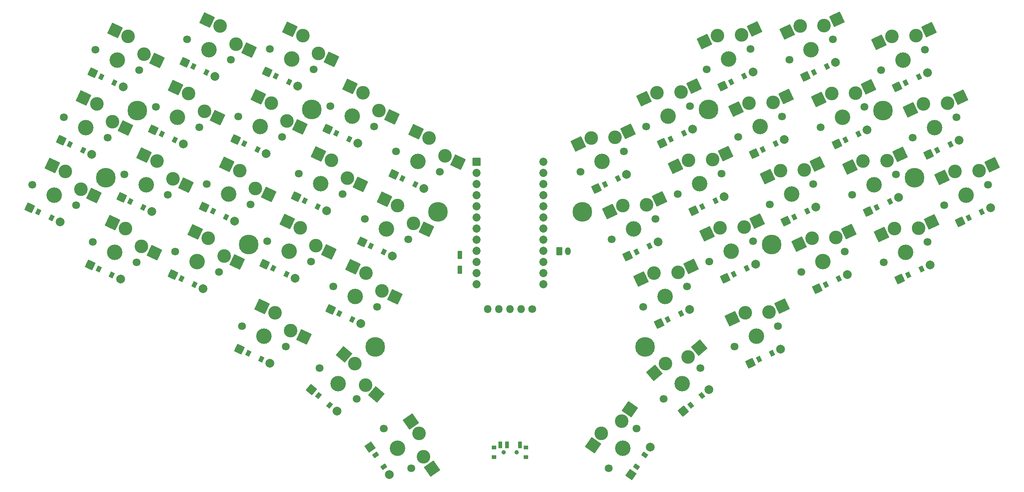
<source format=gbr>
%TF.GenerationSoftware,KiCad,Pcbnew,7.0.10*%
%TF.CreationDate,2024-01-18T08:47:23+01:00*%
%TF.ProjectId,turbo_go_2,74757262-6f5f-4676-9f5f-322e6b696361,v1.0.0*%
%TF.SameCoordinates,Original*%
%TF.FileFunction,Soldermask,Bot*%
%TF.FilePolarity,Negative*%
%FSLAX46Y46*%
G04 Gerber Fmt 4.6, Leading zero omitted, Abs format (unit mm)*
G04 Created by KiCad (PCBNEW 7.0.10) date 2024-01-18 08:47:23*
%MOMM*%
%LPD*%
G01*
G04 APERTURE LIST*
G04 Aperture macros list*
%AMRoundRect*
0 Rectangle with rounded corners*
0 $1 Rounding radius*
0 $2 $3 $4 $5 $6 $7 $8 $9 X,Y pos of 4 corners*
0 Add a 4 corners polygon primitive as box body*
4,1,4,$2,$3,$4,$5,$6,$7,$8,$9,$2,$3,0*
0 Add four circle primitives for the rounded corners*
1,1,$1+$1,$2,$3*
1,1,$1+$1,$4,$5*
1,1,$1+$1,$6,$7*
1,1,$1+$1,$8,$9*
0 Add four rect primitives between the rounded corners*
20,1,$1+$1,$2,$3,$4,$5,0*
20,1,$1+$1,$4,$5,$6,$7,0*
20,1,$1+$1,$6,$7,$8,$9,0*
20,1,$1+$1,$8,$9,$2,$3,0*%
G04 Aperture macros list end*
%ADD10C,0.800000*%
%ADD11C,4.500000*%
%ADD12C,1.801800*%
%ADD13C,3.100000*%
%ADD14C,3.529000*%
%ADD15RoundRect,0.050000X-0.628796X-1.727604X1.727604X-0.628796X0.628796X1.727604X-1.727604X0.628796X0*%
%ADD16RoundRect,0.050000X-1.181415X-0.430000X0.430000X-1.181415X1.181415X0.430000X-0.430000X1.181415X0*%
%ADD17RoundRect,0.050000X-0.661409X-0.353606X0.154268X-0.733963X0.661409X0.353606X-0.154268X0.733963X0*%
%ADD18C,2.005000*%
%ADD19RoundRect,0.050000X-1.727604X-0.628796X0.628796X-1.727604X1.727604X0.628796X-0.628796X1.727604X0*%
%ADD20RoundRect,0.050000X-0.430000X-1.181415X1.181415X-0.430000X0.430000X1.181415X-1.181415X0.430000X0*%
%ADD21RoundRect,0.050000X-0.154268X-0.733963X0.661409X-0.353606X0.154268X0.733963X-0.661409X0.353606X0*%
%ADD22RoundRect,0.050000X-0.876300X0.876300X-0.876300X-0.876300X0.876300X-0.876300X0.876300X0.876300X0*%
%ADD23C,1.852600*%
%ADD24RoundRect,0.050000X-0.450000X-0.850000X0.450000X-0.850000X0.450000X0.850000X-0.450000X0.850000X0*%
%ADD25RoundRect,0.050000X-0.160234X-1.831482X1.831482X-0.160234X0.160234X1.831482X-1.831482X0.160234X0*%
%ADD26RoundRect,0.050000X-1.238136X0.218317X-0.218317X-1.238136X1.238136X-0.218317X0.218317X1.238136X0*%
%ADD27RoundRect,0.050000X-0.749601X0.024473X-0.233382X-0.712764X0.749601X-0.024473X0.233382X0.712764X0*%
%ADD28O,1.800000X1.800000*%
%ADD29C,1.800000*%
%ADD30RoundRect,0.050000X-1.810547X0.319248X-0.319248X-1.810547X1.810547X-0.319248X0.319248X1.810547X0*%
%ADD31RoundRect,0.050000X0.319248X-1.810547X1.810547X0.319248X-0.319248X1.810547X-1.810547X-0.319248X0*%
%ADD32RoundRect,0.050000X-0.600000X-0.850000X0.600000X-0.850000X0.600000X0.850000X-0.600000X0.850000X0*%
%ADD33O,1.300000X1.800000*%
%ADD34RoundRect,0.050000X-1.831482X-0.160234X0.160234X-1.831482X1.831482X0.160234X-0.160234X1.831482X0*%
%ADD35RoundRect,0.050000X-1.252452X-0.109575X0.109575X-1.252452X1.252452X0.109575X-0.109575X1.252452X0*%
%ADD36RoundRect,0.050000X-0.730393X-0.170372X-0.040953X-0.748881X0.730393X0.170372X0.040953X0.748881X0*%
%ADD37RoundRect,0.050000X0.218317X-1.238136X1.238136X0.218317X-0.218317X1.238136X-1.238136X-0.218317X0*%
%ADD38RoundRect,0.050000X0.233382X-0.712764X0.749601X0.024473X-0.233382X0.712764X-0.749601X-0.024473X0*%
%ADD39RoundRect,0.050000X-0.500000X-0.400000X0.500000X-0.400000X0.500000X0.400000X-0.500000X0.400000X0*%
%ADD40C,1.000000*%
%ADD41RoundRect,0.050000X-0.350000X-0.750000X0.350000X-0.750000X0.350000X0.750000X-0.350000X0.750000X0*%
%ADD42RoundRect,0.050000X-0.109575X-1.252452X1.252452X-0.109575X0.109575X1.252452X-1.252452X0.109575X0*%
%ADD43RoundRect,0.050000X0.040953X-0.748881X0.730393X-0.170372X-0.040953X0.748881X-0.730393X0.170372X0*%
G04 APERTURE END LIST*
D10*
%TO.C,_5*%
X142209773Y-124661613D03*
X143140848Y-123808440D03*
X142154688Y-125923266D03*
X144402501Y-123863525D03*
D11*
X143705181Y-125358933D03*
D10*
X143007861Y-126854341D03*
X145255674Y-124794600D03*
X144269514Y-126909426D03*
X145200589Y-126056253D03*
%TD*%
D12*
%TO.C,S44*%
X245382279Y-136857553D03*
D13*
X247852393Y-129140622D03*
D14*
X250366972Y-134533153D03*
D13*
X253313692Y-129021407D03*
D12*
X255351665Y-132208753D03*
D15*
X244884235Y-130524696D03*
X256281850Y-127637333D03*
%TD*%
D16*
%TO.C,D9*%
X90382003Y-124216557D03*
D17*
X92339628Y-125129413D03*
X95330444Y-126524053D03*
D18*
X97288069Y-127436909D03*
%TD*%
D10*
%TO.C,_4*%
X99017231Y-132105052D03*
X99948306Y-131251879D03*
X98962146Y-133366705D03*
X101209959Y-131306964D03*
D11*
X100512639Y-132802372D03*
D10*
X99815319Y-134297780D03*
X102063132Y-132238039D03*
X101076972Y-134352865D03*
X102008047Y-133499692D03*
%TD*%
D12*
%TO.C,S10*%
X98147948Y-103563560D03*
D13*
X105647220Y-100495429D03*
D14*
X103132641Y-105887960D03*
D13*
X109248998Y-104602397D03*
D12*
X108117334Y-108212360D03*
D19*
X102679062Y-99111354D03*
X112217156Y-105986472D03*
%TD*%
D20*
%TO.C,D23*%
X248435835Y-96815416D03*
D21*
X250393460Y-95902560D03*
X253384276Y-94507920D03*
D18*
X255341901Y-93595064D03*
%TD*%
D12*
%TO.C,S5*%
X72114183Y-116801507D03*
D13*
X79613455Y-113733376D03*
D14*
X77098876Y-119125907D03*
D13*
X83215233Y-117840344D03*
D12*
X82083569Y-121450307D03*
D19*
X76645297Y-112349301D03*
X86183391Y-119224419D03*
%TD*%
D12*
%TO.C,S4*%
X64929679Y-132208747D03*
D13*
X72428951Y-129140616D03*
D14*
X69914372Y-134533147D03*
D13*
X76030729Y-133247584D03*
D12*
X74899065Y-136857547D03*
D19*
X69460793Y-127756541D03*
X78998887Y-134631659D03*
%TD*%
D12*
%TO.C,S23*%
X244791080Y-92998107D03*
D13*
X247261194Y-85281176D03*
D14*
X249775773Y-90673707D03*
D13*
X252722493Y-85161961D03*
D12*
X254760466Y-88349307D03*
D15*
X244293036Y-86665250D03*
X255690651Y-83777887D03*
%TD*%
D12*
%TO.C,S56*%
X183340486Y-131583391D03*
D13*
X185810600Y-123866460D03*
D14*
X188325179Y-129258991D03*
D13*
X191271899Y-123747245D03*
D12*
X193309872Y-126934591D03*
D15*
X182842442Y-125250534D03*
X194240057Y-122363171D03*
%TD*%
D10*
%TO.C,_2*%
X66390154Y-116890794D03*
X67321229Y-116037621D03*
X66335069Y-118152447D03*
X68582882Y-116092706D03*
D11*
X67885562Y-117588114D03*
D10*
X67188242Y-119083522D03*
X69436055Y-117023781D03*
X68449895Y-119138607D03*
X69380970Y-118285434D03*
%TD*%
D20*
%TO.C,D51*%
X208624239Y-96622443D03*
D21*
X210581864Y-95709587D03*
X213572680Y-94314947D03*
D18*
X215530305Y-93402091D03*
%TD*%
D20*
%TO.C,D46*%
X234658006Y-109860394D03*
D21*
X236615631Y-108947538D03*
X239606447Y-107552898D03*
D18*
X241564072Y-106640042D03*
%TD*%
D12*
%TO.C,S6*%
X79298702Y-101394276D03*
D13*
X86797974Y-98326145D03*
D14*
X84283395Y-103718676D03*
D13*
X90399752Y-102433113D03*
D12*
X89268088Y-106043076D03*
D19*
X83829816Y-96942070D03*
X93367910Y-103817188D03*
%TD*%
D20*
%TO.C,D47*%
X227473487Y-94453158D03*
D21*
X229431112Y-93540302D03*
X232421928Y-92145662D03*
D18*
X234379553Y-91232806D03*
%TD*%
D12*
%TO.C,S73*%
X111925781Y-116608535D03*
D13*
X119425053Y-113540404D03*
D14*
X116910474Y-118932935D03*
D13*
X123026831Y-117647372D03*
D12*
X121895167Y-121257335D03*
D19*
X116456895Y-112156329D03*
X125994989Y-119031447D03*
%TD*%
D20*
%TO.C,D41*%
X262804852Y-127629890D03*
D21*
X264762477Y-126717034D03*
X267753293Y-125322394D03*
D18*
X269710918Y-124409538D03*
%TD*%
D10*
%TO.C,_12*%
X189449768Y-156870728D03*
X189394683Y-155609075D03*
X190380843Y-157723901D03*
X190247856Y-154678000D03*
D11*
X190945176Y-156173408D03*
D10*
X191642496Y-157668816D03*
X191509509Y-154622915D03*
X192495669Y-156737741D03*
X192440584Y-155476088D03*
%TD*%
D12*
%TO.C,S27*%
X223828738Y-90635848D03*
D13*
X226298852Y-82918917D03*
D14*
X228813431Y-88311448D03*
D13*
X231760151Y-82799702D03*
D12*
X233798124Y-85987048D03*
D15*
X223330694Y-84302991D03*
X234728309Y-81415628D03*
%TD*%
D10*
%TO.C,_6*%
X127840751Y-155476085D03*
X128771826Y-154622912D03*
X127785666Y-156737738D03*
X130033479Y-154677997D03*
D11*
X129336159Y-156173405D03*
D10*
X128638839Y-157668813D03*
X130886652Y-155609072D03*
X129900492Y-157723898D03*
X130831567Y-156870725D03*
%TD*%
D20*
%TO.C,D32*%
X209215425Y-140481884D03*
D21*
X211173050Y-139569028D03*
X214163866Y-138174388D03*
D18*
X216121491Y-137261532D03*
%TD*%
D10*
%TO.C,_3*%
X113386250Y-101290589D03*
X114317325Y-100437416D03*
X113331165Y-102552242D03*
X115578978Y-100492501D03*
D11*
X114881658Y-101987909D03*
D10*
X114184338Y-103483317D03*
X116432151Y-101423576D03*
X115445991Y-103538402D03*
X116377066Y-102685229D03*
%TD*%
D12*
%TO.C,S53*%
X198386175Y-121257331D03*
D13*
X200856289Y-113540400D03*
D14*
X203370868Y-118932931D03*
D13*
X206317588Y-113421185D03*
D12*
X208355561Y-116608531D03*
D15*
X197888131Y-114924474D03*
X209285746Y-112037111D03*
%TD*%
D22*
%TO.C,MCU1*%
X152520659Y-113881757D03*
D23*
X152520659Y-116421757D03*
X152520659Y-118961757D03*
X152520659Y-121501757D03*
X152520659Y-124041757D03*
X152520659Y-126581757D03*
X152520659Y-129121757D03*
X152520659Y-131661757D03*
X152520659Y-134201757D03*
X152520659Y-136741757D03*
X152520659Y-139281757D03*
X152520659Y-141821757D03*
X167760659Y-113881757D03*
X167760659Y-116421757D03*
X167760659Y-118961757D03*
X167760659Y-121501757D03*
X167760659Y-124041757D03*
X167760659Y-126581757D03*
X167760659Y-129121757D03*
X167760659Y-131661757D03*
X167760659Y-134201757D03*
X167760659Y-136741757D03*
X167760659Y-139281757D03*
X167760659Y-141821757D03*
%TD*%
D16*
%TO.C,D14*%
X118528853Y-106447062D03*
D17*
X120486478Y-107359918D03*
X123477294Y-108754558D03*
D18*
X125434919Y-109667414D03*
%TD*%
D24*
%TO.C,*%
X148640664Y-138551757D03*
X148640664Y-135151757D03*
%TD*%
D12*
%TO.C,S55*%
X190524993Y-146990617D03*
D13*
X192995107Y-139273686D03*
D14*
X195509686Y-144666217D03*
D13*
X198456406Y-139154471D03*
D12*
X200494379Y-142341817D03*
D15*
X190026949Y-140657760D03*
X201424564Y-137770397D03*
%TD*%
D12*
%TO.C,S39*%
X195152954Y-168050402D03*
D13*
X195541612Y-159957106D03*
D14*
X199366198Y-164515070D03*
D13*
X200785967Y-158428465D03*
D12*
X203579442Y-160979738D03*
D25*
X193032816Y-162062235D03*
X203294762Y-156323336D03*
%TD*%
D26*
%TO.C,D20*%
X128189722Y-179055414D03*
D27*
X129428647Y-180824782D03*
X131321449Y-183527984D03*
D18*
X132560374Y-185297352D03*
%TD*%
D16*
%TO.C,D15*%
X119205520Y-147587586D03*
D17*
X121163145Y-148500442D03*
X124153961Y-149895082D03*
D18*
X126111586Y-150807938D03*
%TD*%
D12*
%TO.C,S18*%
X99007827Y-151409780D03*
D13*
X106507099Y-148341649D03*
D14*
X103992520Y-153734180D03*
D13*
X110108877Y-152448617D03*
D12*
X108977213Y-156058580D03*
D19*
X103538941Y-146957574D03*
X113077035Y-153832692D03*
%TD*%
D16*
%TO.C,D64*%
X64348247Y-137454510D03*
D17*
X66305872Y-138367366D03*
X69296688Y-139762006D03*
D18*
X71254313Y-140674862D03*
%TD*%
D12*
%TO.C,S46*%
X231013250Y-106043076D03*
D13*
X233483364Y-98326145D03*
D14*
X235997943Y-103718676D03*
D13*
X238944663Y-98206930D03*
D12*
X240982636Y-101394276D03*
D15*
X230515206Y-99710219D03*
X241912821Y-96822856D03*
%TD*%
D10*
%TO.C,_10*%
X218273287Y-133499694D03*
X218218202Y-132238041D03*
X219204362Y-134352867D03*
X219071375Y-131306966D03*
D11*
X219768695Y-132802374D03*
D10*
X220466015Y-134297782D03*
X220333028Y-131251881D03*
X221319188Y-133366707D03*
X221264103Y-132105054D03*
%TD*%
D16*
%TO.C,D71*%
X104751029Y-93402083D03*
D17*
X106708654Y-94314939D03*
X109699470Y-95709579D03*
D18*
X111657095Y-96622435D03*
%TD*%
D12*
%TO.C,S74*%
X119110283Y-101201305D03*
D13*
X126609555Y-98133174D03*
D14*
X124094976Y-103525705D03*
D13*
X130211333Y-102240142D03*
D12*
X129079669Y-105850105D03*
D19*
X123641397Y-96749099D03*
X133179491Y-103624217D03*
%TD*%
D28*
%TO.C,DISP1*%
X155060664Y-147551749D03*
X157600664Y-147551749D03*
X160140664Y-147551749D03*
X162680664Y-147551749D03*
D29*
X165220664Y-147551749D03*
%TD*%
D20*
%TO.C,D38*%
X214948874Y-159875893D03*
D21*
X216906499Y-158963037D03*
X219897315Y-157568397D03*
D18*
X221854940Y-156655541D03*
%TD*%
D12*
%TO.C,S72*%
X104741266Y-132015766D03*
D13*
X112240538Y-128947635D03*
D14*
X109725959Y-134340166D03*
D13*
X115842316Y-133054603D03*
D12*
X114710652Y-136664566D03*
D19*
X109272380Y-127563560D03*
X118810474Y-134438678D03*
%TD*%
D10*
%TO.C,_11*%
X175080742Y-126056259D03*
X175025657Y-124794606D03*
X176011817Y-126909432D03*
X175878830Y-123863531D03*
D11*
X176576150Y-125358939D03*
D10*
X177273470Y-126854347D03*
X177140483Y-123808446D03*
X178126643Y-125923272D03*
X178071558Y-124661619D03*
%TD*%
D20*
%TO.C,D22*%
X255620345Y-112222654D03*
D21*
X257577970Y-111309798D03*
X260568786Y-109915158D03*
D18*
X262526411Y-109002302D03*
%TD*%
D20*
%TO.C,D50*%
X215808756Y-112029680D03*
D21*
X217766381Y-111116824D03*
X220757197Y-109722184D03*
D18*
X222714822Y-108809328D03*
%TD*%
D10*
%TO.C,_1*%
X73574671Y-101483561D03*
X74505746Y-100630388D03*
X73519586Y-102745214D03*
X75767399Y-100685473D03*
D11*
X75070079Y-102180881D03*
D10*
X74372759Y-103676289D03*
X76620572Y-101616548D03*
X75634412Y-103731374D03*
X76565487Y-102878201D03*
%TD*%
D12*
%TO.C,S80*%
X131316145Y-174803172D03*
D13*
X139344770Y-175895728D03*
D14*
X134470815Y-179308508D03*
D13*
X140410517Y-181253357D03*
D12*
X137625485Y-183813844D03*
D30*
X137466307Y-173213005D03*
X142288980Y-183936080D03*
%TD*%
D20*
%TO.C,D44*%
X249027026Y-140674860D03*
D21*
X250984651Y-139762004D03*
X253975467Y-138367364D03*
D18*
X255933092Y-137454508D03*
%TD*%
D12*
%TO.C,S48*%
X226533023Y-139026824D03*
D13*
X229003137Y-131309893D03*
D14*
X231517716Y-136702424D03*
D13*
X234464436Y-131190678D03*
D12*
X236502409Y-134378024D03*
D15*
X226034979Y-132693967D03*
X237432594Y-129806604D03*
%TD*%
D16*
%TO.C,D78*%
X98426389Y-156655541D03*
D17*
X100384014Y-157568397D03*
X103374830Y-158963037D03*
D18*
X105332455Y-159875893D03*
%TD*%
D12*
%TO.C,S67*%
X86483195Y-85987048D03*
D13*
X93982467Y-82918917D03*
D14*
X91467888Y-88311448D03*
D13*
X97584245Y-87025885D03*
D12*
X96452581Y-90635848D03*
D19*
X91014309Y-81534842D03*
X100552403Y-88409960D03*
%TD*%
D12*
%TO.C,S3*%
X65520854Y-88349304D03*
D13*
X73020126Y-85281173D03*
D14*
X70505547Y-90673704D03*
D13*
X76621904Y-89388141D03*
D12*
X75490240Y-92998104D03*
D19*
X70051968Y-83897098D03*
X79590062Y-90772216D03*
%TD*%
D12*
%TO.C,S31*%
X204979490Y-92805129D03*
D13*
X207449604Y-85088198D03*
D14*
X209964183Y-90480729D03*
D13*
X212910903Y-84968983D03*
D12*
X214948876Y-88156329D03*
D15*
X204481446Y-86472272D03*
X215879061Y-83584909D03*
%TD*%
D20*
%TO.C,D49*%
X222993264Y-127436908D03*
D21*
X224950889Y-126524052D03*
X227941705Y-125129412D03*
D18*
X229899330Y-124216556D03*
%TD*%
D12*
%TO.C,S58*%
X211304123Y-156058585D03*
D13*
X213774237Y-148341654D03*
D14*
X216288816Y-153734185D03*
D13*
X219235536Y-148222439D03*
D12*
X221273509Y-151409785D03*
D15*
X210806079Y-149725728D03*
X222203694Y-146838365D03*
%TD*%
D12*
%TO.C,S45*%
X238197757Y-121450311D03*
D13*
X240667871Y-113733380D03*
D14*
X243182450Y-119125911D03*
D13*
X246129170Y-113614165D03*
D12*
X248167143Y-116801511D03*
D15*
X237699713Y-115117454D03*
X249097328Y-112230091D03*
%TD*%
D10*
%TO.C,_8*%
X250900361Y-118285426D03*
X250845276Y-117023773D03*
X251831436Y-119138599D03*
X251698449Y-116092698D03*
D11*
X252395769Y-117588106D03*
D10*
X253093089Y-119083514D03*
X252960102Y-116037613D03*
X253946262Y-118152439D03*
X253891177Y-116890786D03*
%TD*%
D20*
%TO.C,D33*%
X202030912Y-125074647D03*
D21*
X203988537Y-124161791D03*
X206979353Y-122767151D03*
D18*
X208936978Y-121854295D03*
%TD*%
D12*
%TO.C,S32*%
X205570682Y-136664564D03*
D13*
X208040796Y-128947633D03*
D14*
X210555375Y-134340164D03*
D13*
X213502095Y-128828418D03*
D12*
X215540068Y-132015764D03*
D15*
X205072638Y-130331707D03*
X216470253Y-127444344D03*
%TD*%
D12*
%TO.C,S60*%
X182655853Y-183813843D03*
D13*
X180936568Y-175895727D03*
D14*
X185810523Y-179308507D03*
D13*
X185606585Y-173061835D03*
D12*
X188965193Y-174803171D03*
D31*
X179058106Y-178578450D03*
X187485048Y-170379112D03*
%TD*%
D16*
%TO.C,D70*%
X97566520Y-108809324D03*
D17*
X99524145Y-109722180D03*
X102514961Y-111116820D03*
D18*
X104472586Y-112029676D03*
%TD*%
D12*
%TO.C,S57*%
X176155978Y-116176160D03*
D13*
X178626092Y-108459229D03*
D14*
X181140671Y-113851760D03*
D13*
X184087391Y-108340014D03*
D12*
X186125364Y-111527360D03*
D15*
X175657934Y-109843303D03*
X187055549Y-106955940D03*
%TD*%
D12*
%TO.C,S71*%
X105332449Y-88156326D03*
D13*
X112831721Y-85088195D03*
D14*
X110317142Y-90480726D03*
D13*
X116433499Y-89195163D03*
D12*
X115301835Y-92805126D03*
D19*
X109863563Y-83704120D03*
X119401657Y-90579238D03*
%TD*%
D20*
%TO.C,D37*%
X179800724Y-119993471D03*
D21*
X181758349Y-119080615D03*
X184749165Y-117685975D03*
D18*
X186706790Y-116773119D03*
%TD*%
D16*
%TO.C,D61*%
X50570422Y-124409534D03*
D17*
X52528047Y-125322390D03*
X55518863Y-126717030D03*
D18*
X57476488Y-127629886D03*
%TD*%
D20*
%TO.C,D28*%
X230177770Y-142844149D03*
D21*
X232135395Y-141931293D03*
X235126211Y-140536653D03*
D18*
X237083836Y-139623797D03*
%TD*%
D12*
%TO.C,S2*%
X58336356Y-103756534D03*
D13*
X65835628Y-100688403D03*
D14*
X63321049Y-106080934D03*
D13*
X69437406Y-104795371D03*
D12*
X68305742Y-108405334D03*
D19*
X62867470Y-99304328D03*
X72405564Y-106179446D03*
%TD*%
D16*
%TO.C,D65*%
X71532755Y-122047277D03*
D17*
X73490380Y-122960133D03*
X76481196Y-124354773D03*
D18*
X78438821Y-125267629D03*
%TD*%
D12*
%TO.C,S8*%
X83778928Y-134378024D03*
D13*
X91278200Y-131309893D03*
D14*
X88763621Y-136702424D03*
D13*
X94879978Y-135416861D03*
D12*
X93748314Y-139026824D03*
D19*
X88310042Y-129925818D03*
X97848136Y-136800936D03*
%TD*%
D12*
%TO.C,S34*%
X191201663Y-105850096D03*
D13*
X193671777Y-98133165D03*
D14*
X196186356Y-103525696D03*
D13*
X199133076Y-98013950D03*
D12*
X201171049Y-101201296D03*
D15*
X190703619Y-99517239D03*
X202101234Y-96629876D03*
%TD*%
D32*
%TO.C,JST1*%
X171340664Y-134351753D03*
D33*
X173340664Y-134351753D03*
%TD*%
D16*
%TO.C,D16*%
X126390037Y-132180353D03*
D17*
X128347662Y-133093209D03*
X131338478Y-134487849D03*
D18*
X133296103Y-135400705D03*
%TD*%
D16*
%TO.C,D67*%
X85901780Y-91232811D03*
D17*
X87859405Y-92145667D03*
X90850221Y-93540307D03*
D18*
X92807846Y-94453163D03*
%TD*%
D12*
%TO.C,S68*%
X83778928Y-134378024D03*
D13*
X91278200Y-131309893D03*
D14*
X88763621Y-136702424D03*
D13*
X94879978Y-135416861D03*
D12*
X93748314Y-139026824D03*
D19*
X88310042Y-129925818D03*
X97848136Y-136800936D03*
%TD*%
D16*
%TO.C,D62*%
X57754933Y-109002291D03*
D17*
X59712558Y-109915147D03*
X62703374Y-111309787D03*
D18*
X64660999Y-112222643D03*
%TD*%
D12*
%TO.C,S15*%
X119786950Y-142341819D03*
D13*
X127286222Y-139273688D03*
D14*
X124771643Y-144666219D03*
D13*
X130888000Y-143380656D03*
D12*
X129756336Y-146990619D03*
D19*
X124318064Y-137889613D03*
X133856158Y-144764731D03*
%TD*%
D12*
%TO.C,S77*%
X134155975Y-111527360D03*
D13*
X141655247Y-108459229D03*
D14*
X139140668Y-113851760D03*
D13*
X145257025Y-112566197D03*
D12*
X144125361Y-116176160D03*
D19*
X138687089Y-107075154D03*
X148225183Y-113950272D03*
%TD*%
D12*
%TO.C,S41*%
X259160107Y-123812576D03*
D13*
X261630221Y-116095645D03*
D14*
X264144800Y-121488176D03*
D13*
X267091520Y-115976430D03*
D12*
X269129493Y-119163776D03*
D15*
X258662063Y-117479719D03*
X270059678Y-114592356D03*
%TD*%
D16*
%TO.C,D13*%
X111344353Y-121854304D03*
D17*
X113301978Y-122767160D03*
X116292794Y-124161800D03*
D18*
X118250419Y-125074656D03*
%TD*%
D12*
%TO.C,S9*%
X90963432Y-118970795D03*
D13*
X98462704Y-115902664D03*
D14*
X95948125Y-121295195D03*
D13*
X102064482Y-120009632D03*
D12*
X100932818Y-123619595D03*
D19*
X95494546Y-114518589D03*
X105032640Y-121393707D03*
%TD*%
D12*
%TO.C,S42*%
X251975586Y-108405333D03*
D13*
X254445700Y-100688402D03*
D14*
X256960279Y-106080933D03*
D13*
X259906999Y-100569187D03*
D12*
X261944972Y-103756533D03*
D15*
X251477542Y-102072476D03*
X262875157Y-99185113D03*
%TD*%
D12*
%TO.C,S19*%
X116701886Y-160979734D03*
D13*
X124739716Y-159957102D03*
D14*
X120915130Y-164515066D03*
D13*
X127155806Y-164856337D03*
D12*
X125128374Y-168050398D03*
D34*
X122230921Y-157851972D03*
X129664601Y-166961467D03*
%TD*%
D20*
%TO.C,D55*%
X194169745Y-150807937D03*
D21*
X196127370Y-149895081D03*
X199118186Y-148500441D03*
D18*
X201075811Y-147587585D03*
%TD*%
D35*
%TO.C,D79*%
X114782559Y-165896266D03*
D36*
X116437215Y-167284687D03*
X118965161Y-169405887D03*
D18*
X120619817Y-170794308D03*
%TD*%
D12*
%TO.C,S29*%
X219348508Y-123619588D03*
D13*
X221818622Y-115902657D03*
D14*
X224333201Y-121295188D03*
D13*
X227279921Y-115783442D03*
D12*
X229317894Y-118970788D03*
D15*
X218850464Y-117286731D03*
X230248079Y-114399368D03*
%TD*%
D16*
%TO.C,D77*%
X133574543Y-116773116D03*
D17*
X135532168Y-117685972D03*
X138522984Y-119080612D03*
D18*
X140480609Y-119993468D03*
%TD*%
D35*
%TO.C,D19*%
X114782559Y-165896266D03*
D36*
X116437215Y-167284687D03*
X118965161Y-169405887D03*
D18*
X120619817Y-170794308D03*
%TD*%
D10*
%TO.C,_7*%
X243715850Y-102878197D03*
X243660765Y-101616544D03*
X244646925Y-103731370D03*
X244513938Y-100685469D03*
D11*
X245211258Y-102180877D03*
D10*
X245908578Y-103676285D03*
X245775591Y-100630384D03*
X246761751Y-102745210D03*
X246706666Y-101483557D03*
%TD*%
D37*
%TO.C,D60*%
X187720954Y-185297358D03*
D38*
X188959879Y-183527990D03*
X190852681Y-180824788D03*
D18*
X192091606Y-179055420D03*
%TD*%
D20*
%TO.C,D25*%
X241842513Y-125267628D03*
D21*
X243800138Y-124354772D03*
X246790954Y-122960132D03*
D18*
X248748579Y-122047276D03*
%TD*%
D16*
%TO.C,D3*%
X64939442Y-93595066D03*
D17*
X66897067Y-94507922D03*
X69887883Y-95902562D03*
D18*
X71845508Y-96815418D03*
%TD*%
D20*
%TO.C,D54*%
X194846413Y-109667415D03*
D21*
X196804038Y-108754559D03*
X199794854Y-107359919D03*
D18*
X201752479Y-106447063D03*
%TD*%
D12*
%TO.C,S52*%
X205570682Y-136664564D03*
D13*
X208040796Y-128947633D03*
D14*
X210555375Y-134340164D03*
D13*
X213502095Y-128828418D03*
D12*
X215540068Y-132015764D03*
D15*
X205072638Y-130331707D03*
X216470253Y-127444344D03*
%TD*%
D16*
%TO.C,D12*%
X104159838Y-137261531D03*
D17*
X106117463Y-138174387D03*
X109108279Y-139569027D03*
D18*
X111065904Y-140481883D03*
%TD*%
D20*
%TO.C,D56*%
X186985235Y-135400710D03*
D21*
X188942860Y-134487854D03*
X191933676Y-133093214D03*
D18*
X193891301Y-132180358D03*
%TD*%
D12*
%TO.C,S61*%
X51151849Y-119163764D03*
D13*
X58651121Y-116095633D03*
D14*
X56136542Y-121488164D03*
D13*
X62252899Y-120202601D03*
D12*
X61121235Y-123812564D03*
D19*
X55682963Y-114711558D03*
X65221057Y-121586676D03*
%TD*%
D12*
%TO.C,S30*%
X212164000Y-108212358D03*
D13*
X214634114Y-100495427D03*
D14*
X217148693Y-105887958D03*
D13*
X220095413Y-100376212D03*
D12*
X222133386Y-103563558D03*
D15*
X211665956Y-101879501D03*
X223063571Y-98992138D03*
%TD*%
D39*
%TO.C,*%
X156490670Y-179128508D03*
X156490670Y-181338508D03*
D40*
X158640670Y-180238508D03*
X158640670Y-180238508D03*
X161640670Y-180238508D03*
X161640670Y-180238508D03*
D39*
X163790670Y-179128508D03*
X163790670Y-181338508D03*
D41*
X162390670Y-178478508D03*
X159390670Y-178478508D03*
X157890670Y-178478508D03*
%TD*%
D12*
%TO.C,S16*%
X126971456Y-126934594D03*
D13*
X134470728Y-123866463D03*
D14*
X131956149Y-129258994D03*
D13*
X138072506Y-127973431D03*
D12*
X136940842Y-131583394D03*
D19*
X131502570Y-122482388D03*
X141040664Y-129357506D03*
%TD*%
D10*
%TO.C,_9*%
X203904256Y-102685236D03*
X203849171Y-101423583D03*
X204835331Y-103538409D03*
X204702344Y-100492508D03*
D11*
X205399664Y-101987916D03*
D10*
X206096984Y-103483324D03*
X205963997Y-100437423D03*
X206950157Y-102552249D03*
X206895072Y-101290596D03*
%TD*%
D16*
%TO.C,D66*%
X78717267Y-106640044D03*
D17*
X80674892Y-107552900D03*
X83665708Y-108947540D03*
D18*
X85623333Y-109860396D03*
%TD*%
D20*
%TO.C,D34*%
X194846413Y-109667415D03*
D21*
X196804038Y-108754559D03*
X199794854Y-107359919D03*
D18*
X201752479Y-106447063D03*
%TD*%
D20*
%TO.C,D48*%
X230177770Y-142844149D03*
D21*
X232135395Y-141931293D03*
X235126211Y-140536653D03*
D18*
X237083836Y-139623797D03*
%TD*%
D16*
%TO.C,D8*%
X83197494Y-139623794D03*
D17*
X85155119Y-140536650D03*
X88145935Y-141931290D03*
D18*
X90103560Y-142844146D03*
%TD*%
D42*
%TO.C,D59*%
X199661508Y-170794309D03*
D43*
X201316164Y-169405888D03*
X203844110Y-167284688D03*
D18*
X205498766Y-165896267D03*
%TD*%
M02*

</source>
